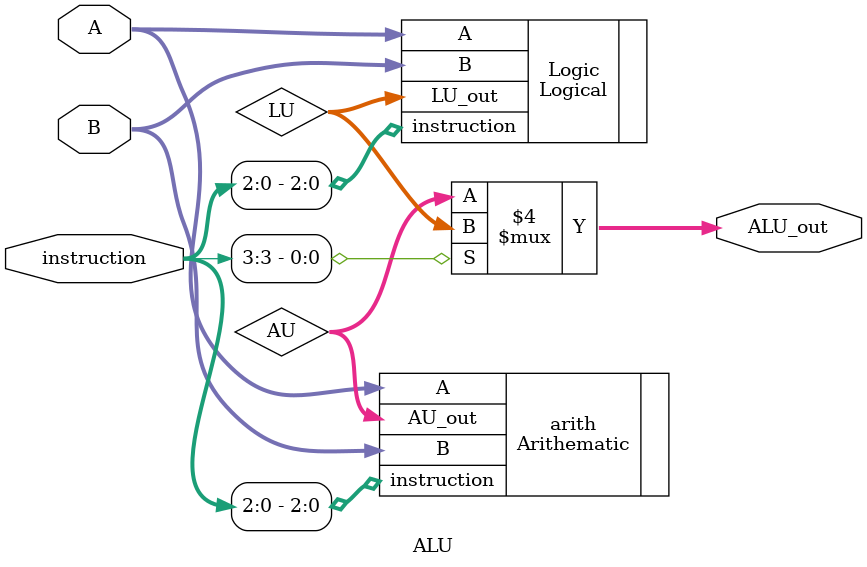
<source format=v>
module ALU 
#(parameter N = 4, M = 4)
(
    input [N-1:0] A, B,
    input [M-1:0] instruction,
    output reg [N-1:0] ALU_out
);
    wire [N-1:0] LU, AU;

    Logical Logic(.A(A), .B(B), .instruction(instruction[M-2:0]), .LU_out(LU));
    Arithematic arith(.A(A), .B(B), .instruction(instruction[M-2:0]), .AU_out(AU));
    
    always @*
        if (instruction[M-1] == 0)
            ALU_out <= AU;
        else
            ALU_out <= LU;

endmodule
</source>
